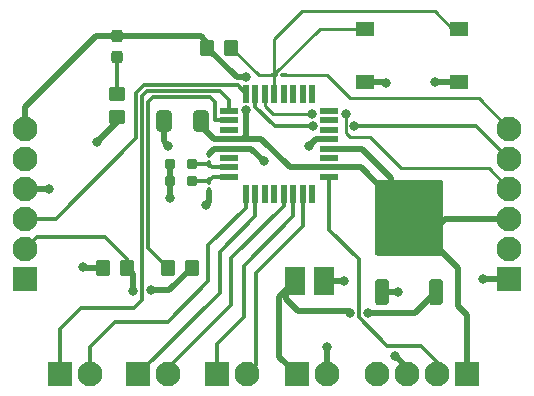
<source format=gbr>
%TF.GenerationSoftware,KiCad,Pcbnew,7.0.6*%
%TF.CreationDate,2024-03-10T00:39:51+00:00*%
%TF.ProjectId,RobotArmMK1.2,526f626f-7441-4726-9d4d-4b312e322e6b,rev?*%
%TF.SameCoordinates,Original*%
%TF.FileFunction,Copper,L1,Top*%
%TF.FilePolarity,Positive*%
%FSLAX46Y46*%
G04 Gerber Fmt 4.6, Leading zero omitted, Abs format (unit mm)*
G04 Created by KiCad (PCBNEW 7.0.6) date 2024-03-10 00:39:51*
%MOMM*%
%LPD*%
G01*
G04 APERTURE LIST*
G04 Aperture macros list*
%AMRoundRect*
0 Rectangle with rounded corners*
0 $1 Rounding radius*
0 $2 $3 $4 $5 $6 $7 $8 $9 X,Y pos of 4 corners*
0 Add a 4 corners polygon primitive as box body*
4,1,4,$2,$3,$4,$5,$6,$7,$8,$9,$2,$3,0*
0 Add four circle primitives for the rounded corners*
1,1,$1+$1,$2,$3*
1,1,$1+$1,$4,$5*
1,1,$1+$1,$6,$7*
1,1,$1+$1,$8,$9*
0 Add four rect primitives between the rounded corners*
20,1,$1+$1,$2,$3,$4,$5,0*
20,1,$1+$1,$4,$5,$6,$7,0*
20,1,$1+$1,$6,$7,$8,$9,0*
20,1,$1+$1,$8,$9,$2,$3,0*%
G04 Aperture macros list end*
%TA.AperFunction,SMDPad,CuDef*%
%ADD10RoundRect,0.100000X0.100000X-0.217500X0.100000X0.217500X-0.100000X0.217500X-0.100000X-0.217500X0*%
%TD*%
%TA.AperFunction,SMDPad,CuDef*%
%ADD11RoundRect,0.100000X-0.100000X0.217500X-0.100000X-0.217500X0.100000X-0.217500X0.100000X0.217500X0*%
%TD*%
%TA.AperFunction,SMDPad,CuDef*%
%ADD12RoundRect,0.100000X0.217500X0.100000X-0.217500X0.100000X-0.217500X-0.100000X0.217500X-0.100000X0*%
%TD*%
%TA.AperFunction,SMDPad,CuDef*%
%ADD13RoundRect,0.250000X0.350000X-0.850000X0.350000X0.850000X-0.350000X0.850000X-0.350000X-0.850000X0*%
%TD*%
%TA.AperFunction,SMDPad,CuDef*%
%ADD14RoundRect,0.250000X1.125000X-1.275000X1.125000X1.275000X-1.125000X1.275000X-1.125000X-1.275000X0*%
%TD*%
%TA.AperFunction,SMDPad,CuDef*%
%ADD15RoundRect,0.249997X2.650003X-2.950003X2.650003X2.950003X-2.650003X2.950003X-2.650003X-2.950003X0*%
%TD*%
%TA.AperFunction,ComponentPad*%
%ADD16C,2.100000*%
%TD*%
%TA.AperFunction,ComponentPad*%
%ADD17R,2.100000X2.100000*%
%TD*%
%TA.AperFunction,SMDPad,CuDef*%
%ADD18RoundRect,0.250000X0.350000X0.450000X-0.350000X0.450000X-0.350000X-0.450000X0.350000X-0.450000X0*%
%TD*%
%TA.AperFunction,SMDPad,CuDef*%
%ADD19R,1.738275X2.413000*%
%TD*%
%TA.AperFunction,SMDPad,CuDef*%
%ADD20RoundRect,0.237500X0.237500X-0.287500X0.237500X0.287500X-0.237500X0.287500X-0.237500X-0.287500X0*%
%TD*%
%TA.AperFunction,SMDPad,CuDef*%
%ADD21RoundRect,0.250000X0.412500X0.650000X-0.412500X0.650000X-0.412500X-0.650000X0.412500X-0.650000X0*%
%TD*%
%TA.AperFunction,SMDPad,CuDef*%
%ADD22R,1.550000X1.300000*%
%TD*%
%TA.AperFunction,SMDPad,CuDef*%
%ADD23RoundRect,0.200000X-0.250000X0.200000X-0.250000X-0.200000X0.250000X-0.200000X0.250000X0.200000X0*%
%TD*%
%TA.AperFunction,SMDPad,CuDef*%
%ADD24R,1.600000X0.550000*%
%TD*%
%TA.AperFunction,SMDPad,CuDef*%
%ADD25R,0.550000X1.600000*%
%TD*%
%TA.AperFunction,SMDPad,CuDef*%
%ADD26RoundRect,0.250000X0.450000X-0.350000X0.450000X0.350000X-0.450000X0.350000X-0.450000X-0.350000X0*%
%TD*%
%TA.AperFunction,SMDPad,CuDef*%
%ADD27RoundRect,0.250000X-0.350000X-0.450000X0.350000X-0.450000X0.350000X0.450000X-0.350000X0.450000X0*%
%TD*%
%TA.AperFunction,ViaPad*%
%ADD28C,0.800000*%
%TD*%
%TA.AperFunction,Conductor*%
%ADD29C,0.500000*%
%TD*%
%TA.AperFunction,Conductor*%
%ADD30C,0.300000*%
%TD*%
%TA.AperFunction,Conductor*%
%ADD31C,0.250000*%
%TD*%
G04 APERTURE END LIST*
D10*
%TO.P,C3,2*%
%TO.N,GND*%
X145525000Y-96390000D03*
%TO.P,C3,1*%
%TO.N,PB6_CRYS1*%
X145525000Y-97230000D03*
%TD*%
D11*
%TO.P,C4,2*%
%TO.N,GND*%
X145525000Y-99470000D03*
%TO.P,C4,1*%
%TO.N,PB7_CRYS2*%
X145525000Y-98630000D03*
%TD*%
D12*
%TO.P,C5,1*%
%TO.N,Net-(J2-Pin_6)*%
X151920000Y-89700000D03*
%TO.P,C5,2*%
%TO.N,PC6_RESET*%
X151080000Y-89700000D03*
%TD*%
D13*
%TO.P,U2,3,VI*%
%TO.N,VBUS*%
X164780000Y-108050000D03*
D14*
%TO.P,U2,2,VO*%
%TO.N,+5V*%
X164025000Y-100075000D03*
X160975000Y-100075000D03*
D15*
X162500000Y-101750000D03*
D14*
X164025000Y-103425000D03*
X160975000Y-103425000D03*
D13*
%TO.P,U2,1,ADJ*%
%TO.N,GND*%
X160220000Y-108050000D03*
%TD*%
D16*
%TO.P,J6,4,Pin_4*%
%TO.N,unconnected-(J6-Pin_4-Pad4)*%
X159750000Y-115000000D03*
%TO.P,J6,3,Pin_3*%
%TO.N,GND*%
X162290000Y-115000000D03*
%TO.P,J6,2,Pin_2*%
%TO.N,PB5_NEO*%
X164830000Y-115000000D03*
D17*
%TO.P,J6,1,Pin_1*%
%TO.N,+5V*%
X167370000Y-115000000D03*
%TD*%
D16*
%TO.P,J4,2,Pin_2*%
%TO.N,PB1_S4*%
X142132500Y-115000000D03*
D17*
%TO.P,J4,1,Pin_1*%
%TO.N,PD6_S3*%
X139592500Y-115000000D03*
%TD*%
D18*
%TO.P,R2,2*%
%TO.N,PD4_HC05RX*%
X142100000Y-106000000D03*
%TO.P,R2,1*%
%TO.N,Net-(J1-Pin_2)*%
X144100000Y-106000000D03*
%TD*%
D19*
%TO.P,C1,2*%
%TO.N,GND*%
X155339063Y-107100000D03*
%TO.P,C1,1*%
%TO.N,VBUS*%
X152860937Y-107100000D03*
%TD*%
D20*
%TO.P,D1,1,K*%
%TO.N,Net-(D1-K)*%
X137740000Y-88115000D03*
%TO.P,D1,2,A*%
%TO.N,+5V*%
X137740000Y-86365000D03*
%TD*%
D17*
%TO.P,J7,1,Pin_1*%
%TO.N,VBUS*%
X153000000Y-115000000D03*
D16*
%TO.P,J7,2,Pin_2*%
%TO.N,GND*%
X155540000Y-115000000D03*
%TD*%
D17*
%TO.P,J5,1,Pin_1*%
%TO.N,PB2_S5*%
X146250000Y-115000000D03*
D16*
%TO.P,J5,2,Pin_2*%
%TO.N,PB3_S6*%
X148790000Y-115000000D03*
%TD*%
D17*
%TO.P,J1,1,Pin_1*%
%TO.N,unconnected-(J1-Pin_1-Pad1)*%
X130000000Y-106910000D03*
D16*
%TO.P,J1,2,Pin_2*%
%TO.N,Net-(J1-Pin_2)*%
X130000000Y-104370000D03*
%TO.P,J1,3,Pin_3*%
%TO.N,PD2_HC05TX*%
X130000000Y-101830000D03*
%TO.P,J1,4,Pin_4*%
%TO.N,GND*%
X130000000Y-99290000D03*
%TO.P,J1,5,Pin_5*%
%TO.N,unconnected-(J1-Pin_5-Pad5)*%
X130000000Y-96750000D03*
%TO.P,J1,6,Pin_6*%
%TO.N,+5V*%
X130000000Y-94210000D03*
%TD*%
D21*
%TO.P,C2,2*%
%TO.N,GND*%
X141737500Y-93550000D03*
%TO.P,C2,1*%
%TO.N,+5V*%
X144862500Y-93550000D03*
%TD*%
D22*
%TO.P,Reset1,1,1*%
%TO.N,PC6_RESET*%
X158775000Y-85750000D03*
X166725000Y-85750000D03*
%TO.P,Reset1,2,2*%
%TO.N,GND*%
X158775000Y-90250000D03*
X166725000Y-90250000D03*
%TD*%
D17*
%TO.P,J2,1,Pin_1*%
%TO.N,GND*%
X171000000Y-106950000D03*
D16*
%TO.P,J2,2,Pin_2*%
%TO.N,unconnected-(J2-Pin_2-Pad2)*%
X171000000Y-104410000D03*
%TO.P,J2,3,Pin_3*%
%TO.N,+5V*%
X171000000Y-101870000D03*
%TO.P,J2,4,Pin_4*%
%TO.N,PD0_FTDITX*%
X171000000Y-99330000D03*
%TO.P,J2,5,Pin_5*%
%TO.N,PD1_FTDIRX*%
X171000000Y-96790000D03*
%TO.P,J2,6,Pin_6*%
%TO.N,Net-(J2-Pin_6)*%
X171000000Y-94250000D03*
%TD*%
D23*
%TO.P,Y1,1,1*%
%TO.N,PB6_CRYS1*%
X144150000Y-97175000D03*
%TO.P,Y1,2,2*%
%TO.N,GND*%
X142300000Y-97175000D03*
%TO.P,Y1,3,3*%
X142300000Y-98625000D03*
%TO.P,Y1,4,4*%
%TO.N,PB7_CRYS2*%
X144150000Y-98625000D03*
%TD*%
D24*
%TO.P,U1,1,PD3*%
%TO.N,PD3_S1*%
X147250000Y-92700000D03*
%TO.P,U1,2,PD4*%
%TO.N,PD4_HC05RX*%
X147250000Y-93500000D03*
%TO.P,U1,3,PE0*%
%TO.N,unconnected-(U1-PE0-Pad3)*%
X147250000Y-94300000D03*
%TO.P,U1,4,VCC*%
%TO.N,+5V*%
X147250000Y-95100000D03*
%TO.P,U1,5,GND*%
%TO.N,GND*%
X147250000Y-95900000D03*
%TO.P,U1,6,PE1*%
%TO.N,unconnected-(U1-PE1-Pad6)*%
X147250000Y-96700000D03*
%TO.P,U1,7,XTAL1/PB6*%
%TO.N,PB6_CRYS1*%
X147250000Y-97500000D03*
%TO.P,U1,8,XTAL2/PB7*%
%TO.N,PB7_CRYS2*%
X147250000Y-98300000D03*
D25*
%TO.P,U1,9,PD5*%
%TO.N,PD5_S2*%
X148700000Y-99750000D03*
%TO.P,U1,10,PD6*%
%TO.N,PD6_S3*%
X149500000Y-99750000D03*
%TO.P,U1,11,PD7*%
%TO.N,unconnected-(U1-PD7-Pad11)*%
X150300000Y-99750000D03*
%TO.P,U1,12,PB0*%
%TO.N,unconnected-(U1-PB0-Pad12)*%
X151100000Y-99750000D03*
%TO.P,U1,13,PB1*%
%TO.N,PB1_S4*%
X151900000Y-99750000D03*
%TO.P,U1,14,PB2*%
%TO.N,PB2_S5*%
X152700000Y-99750000D03*
%TO.P,U1,15,PB3*%
%TO.N,PB3_S6*%
X153500000Y-99750000D03*
%TO.P,U1,16,PB4*%
%TO.N,unconnected-(U1-PB4-Pad16)*%
X154300000Y-99750000D03*
D24*
%TO.P,U1,17,PB5*%
%TO.N,PB5_NEO*%
X155750000Y-98300000D03*
%TO.P,U1,18,AVCC*%
%TO.N,+5V*%
X155750000Y-97500000D03*
%TO.P,U1,19,PE2*%
%TO.N,unconnected-(U1-PE2-Pad19)*%
X155750000Y-96700000D03*
%TO.P,U1,20,AREF*%
%TO.N,+5V*%
X155750000Y-95900000D03*
%TO.P,U1,21,GND*%
%TO.N,GND*%
X155750000Y-95100000D03*
%TO.P,U1,22,PE3*%
%TO.N,unconnected-(U1-PE3-Pad22)*%
X155750000Y-94300000D03*
%TO.P,U1,23,PC0*%
%TO.N,unconnected-(U1-PC0-Pad23)*%
X155750000Y-93500000D03*
%TO.P,U1,24,PC1*%
%TO.N,unconnected-(U1-PC1-Pad24)*%
X155750000Y-92700000D03*
D25*
%TO.P,U1,25,PC2*%
%TO.N,unconnected-(U1-PC2-Pad25)*%
X154300000Y-91250000D03*
%TO.P,U1,26,PC3*%
%TO.N,unconnected-(U1-PC3-Pad26)*%
X153500000Y-91250000D03*
%TO.P,U1,27,PC4*%
%TO.N,unconnected-(U1-PC4-Pad27)*%
X152700000Y-91250000D03*
%TO.P,U1,28,PC5*%
%TO.N,unconnected-(U1-PC5-Pad28)*%
X151900000Y-91250000D03*
%TO.P,U1,29,~{RESET}/PC6*%
%TO.N,PC6_RESET*%
X151100000Y-91250000D03*
%TO.P,U1,30,PD0*%
%TO.N,PD0_FTDITX*%
X150300000Y-91250000D03*
%TO.P,U1,31,PD1*%
%TO.N,PD1_FTDIRX*%
X149500000Y-91250000D03*
%TO.P,U1,32,PD2*%
%TO.N,PD2_HC05TX*%
X148700000Y-91250000D03*
%TD*%
D17*
%TO.P,J3,1,Pin_1*%
%TO.N,PD3_S1*%
X132960000Y-115000000D03*
D16*
%TO.P,J3,2,Pin_2*%
%TO.N,PD5_S2*%
X135500000Y-115000000D03*
%TD*%
D26*
%TO.P,R4,1*%
%TO.N,GND*%
X137740000Y-93240000D03*
%TO.P,R4,2*%
%TO.N,Net-(D1-K)*%
X137740000Y-91240000D03*
%TD*%
D27*
%TO.P,R3,2*%
%TO.N,PC6_RESET*%
X147430000Y-87370000D03*
%TO.P,R3,1*%
%TO.N,+5V*%
X145430000Y-87370000D03*
%TD*%
D18*
%TO.P,R1,1*%
%TO.N,Net-(J1-Pin_2)*%
X138600000Y-106000000D03*
%TO.P,R1,2*%
%TO.N,GND*%
X136600000Y-106000000D03*
%TD*%
D28*
%TO.N,VBUS*%
X157490500Y-109827360D03*
%TO.N,GND*%
X150210000Y-96960000D03*
X145280000Y-100680000D03*
X142270000Y-100110000D03*
X142080000Y-95640000D03*
X136050000Y-95350000D03*
X132050000Y-99310000D03*
X134920000Y-105910000D03*
X154040000Y-95690000D03*
X156980000Y-107110000D03*
X161530000Y-108060000D03*
X161330000Y-113450000D03*
X155600000Y-112700000D03*
X168750000Y-106980000D03*
X160570000Y-90360000D03*
X164710000Y-90260000D03*
%TO.N,+5V*%
X148680000Y-92649502D03*
X148680000Y-89850498D03*
%TO.N,Net-(J1-Pin_2)*%
X139160500Y-107969137D03*
X140659500Y-107900000D03*
%TO.N,VBUS*%
X159010000Y-109780000D03*
%TO.N,PD0_FTDITX*%
X154290000Y-92970000D03*
X157149502Y-92970000D03*
%TO.N,PD1_FTDIRX*%
X154334709Y-93968502D03*
X157874002Y-93970000D03*
%TD*%
D29*
%TO.N,Net-(J1-Pin_2)*%
X139160500Y-107969137D02*
X139160500Y-106560500D01*
X139160500Y-106560500D02*
X138600000Y-106000000D01*
X142200000Y-107900000D02*
X144100000Y-106000000D01*
X140659500Y-107900000D02*
X142200000Y-107900000D01*
D30*
%TO.N,PD3_S1*%
X132960000Y-111150000D02*
X132960000Y-115000000D01*
X134700000Y-109410000D02*
X132960000Y-111150000D01*
X139910000Y-91460000D02*
X139910000Y-108700000D01*
X139910000Y-108700000D02*
X139200000Y-109410000D01*
X140330000Y-91040000D02*
X139910000Y-91460000D01*
X139200000Y-109410000D02*
X134700000Y-109410000D01*
X146520000Y-91040000D02*
X140330000Y-91040000D01*
X147250000Y-91770000D02*
X146520000Y-91040000D01*
X147250000Y-92700000D02*
X147250000Y-91770000D01*
%TO.N,PD1_FTDIRX*%
X168180000Y-93970000D02*
X171000000Y-96790000D01*
X157874002Y-93970000D02*
X168180000Y-93970000D01*
D31*
%TO.N,PD0_FTDITX*%
X161830000Y-97570000D02*
X169240000Y-97570000D01*
X159170000Y-94910000D02*
X161830000Y-97570000D01*
X157520000Y-94910000D02*
X159170000Y-94910000D01*
X157149502Y-92970000D02*
X157149502Y-94539502D01*
X157149502Y-94539502D02*
X157520000Y-94910000D01*
X169240000Y-97570000D02*
X171000000Y-99330000D01*
D29*
%TO.N,+5V*%
X160975000Y-98395000D02*
X158480000Y-95900000D01*
%TO.N,GND*%
X154630000Y-95100000D02*
X155750000Y-95100000D01*
X154040000Y-95690000D02*
X154630000Y-95100000D01*
D30*
%TO.N,PD1_FTDIRX*%
X149500000Y-92350000D02*
X149500000Y-91250000D01*
X154334709Y-93968502D02*
X151118502Y-93968502D01*
X151118502Y-93968502D02*
X149500000Y-92350000D01*
D31*
%TO.N,Net-(J2-Pin_6)*%
X168400000Y-91650000D02*
X171000000Y-94250000D01*
X157510000Y-91650000D02*
X168400000Y-91650000D01*
X155560000Y-89700000D02*
X157510000Y-91650000D01*
X151907500Y-89700000D02*
X155560000Y-89700000D01*
%TO.N,PD0_FTDITX*%
X150300000Y-92300000D02*
X150300000Y-91250000D01*
X154290000Y-92970000D02*
X150970000Y-92970000D01*
X150970000Y-92970000D02*
X150300000Y-92300000D01*
D29*
%TO.N,+5V*%
X148425000Y-95100000D02*
X147250000Y-95100000D01*
X148680000Y-94845000D02*
X148425000Y-95100000D01*
X148680000Y-92649502D02*
X148680000Y-94845000D01*
X147910498Y-89850498D02*
X145430000Y-87370000D01*
X148680000Y-89850498D02*
X147910498Y-89850498D01*
%TO.N,VBUS*%
X153085246Y-109690000D02*
X152046600Y-108651354D01*
X157353140Y-109690000D02*
X153085246Y-109690000D01*
X157490500Y-109827360D02*
X157353140Y-109690000D01*
X152046600Y-108651354D02*
X152046600Y-107914337D01*
X163050000Y-109780000D02*
X164780000Y-108050000D01*
X159010000Y-109780000D02*
X163050000Y-109780000D01*
X151520000Y-108440937D02*
X152046600Y-107914337D01*
X151520000Y-113520000D02*
X151520000Y-108440937D01*
X153000000Y-115000000D02*
X151520000Y-113520000D01*
%TO.N,GND*%
X149150000Y-95900000D02*
X147250000Y-95900000D01*
X150210000Y-96960000D02*
X149150000Y-95900000D01*
%TO.N,+5V*%
X149990000Y-95100000D02*
X147250000Y-95100000D01*
X155750000Y-97500000D02*
X152390000Y-97500000D01*
X152390000Y-97500000D02*
X149990000Y-95100000D01*
%TO.N,GND*%
X146017500Y-95900000D02*
X145525000Y-96392500D01*
X147250000Y-95900000D02*
X146017500Y-95900000D01*
X145525000Y-100435000D02*
X145280000Y-100680000D01*
X145525000Y-99457500D02*
X145525000Y-100435000D01*
X142300000Y-100080000D02*
X142270000Y-100110000D01*
X142300000Y-98625000D02*
X142300000Y-100080000D01*
X142300000Y-97175000D02*
X142300000Y-98625000D01*
X141737500Y-95297500D02*
X142080000Y-95640000D01*
X141737500Y-93550000D02*
X141737500Y-95297500D01*
X137740000Y-93660000D02*
X136050000Y-95350000D01*
X137740000Y-93240000D02*
X137740000Y-93660000D01*
X132030000Y-99290000D02*
X132050000Y-99310000D01*
X130000000Y-99290000D02*
X132030000Y-99290000D01*
X135010000Y-106000000D02*
X134920000Y-105910000D01*
X136600000Y-106000000D02*
X135010000Y-106000000D01*
D30*
%TO.N,PB3_S6*%
X149540000Y-106420000D02*
X153500000Y-102460000D01*
X153500000Y-102460000D02*
X153500000Y-99750000D01*
X149540000Y-114250000D02*
X149540000Y-106420000D01*
X148790000Y-115000000D02*
X149540000Y-114250000D01*
%TO.N,PB1_S4*%
X151900000Y-100770000D02*
X151900000Y-99750000D01*
X147470000Y-109180000D02*
X147470000Y-105200000D01*
X147470000Y-105200000D02*
X151900000Y-100770000D01*
X142132500Y-114517500D02*
X147470000Y-109180000D01*
X142132500Y-115000000D02*
X142132500Y-114517500D01*
%TO.N,PD5_S2*%
X142060000Y-110590000D02*
X145520000Y-107130000D01*
X135500000Y-112670000D02*
X137580000Y-110590000D01*
X145520000Y-104100000D02*
X148700000Y-100920000D01*
X148700000Y-100920000D02*
X148700000Y-99750000D01*
X135500000Y-115000000D02*
X135500000Y-112670000D01*
X137580000Y-110590000D02*
X142060000Y-110590000D01*
X145520000Y-107130000D02*
X145520000Y-104100000D01*
%TO.N,PD6_S3*%
X146490000Y-104640000D02*
X146490000Y-108102500D01*
X149500000Y-101630000D02*
X146490000Y-104640000D01*
X146490000Y-108102500D02*
X139592500Y-115000000D01*
X149500000Y-99750000D02*
X149500000Y-101630000D01*
%TO.N,PB2_S5*%
X152700000Y-101600000D02*
X152700000Y-99750000D01*
X148500000Y-105800000D02*
X152700000Y-101600000D01*
X146250000Y-112420000D02*
X148500000Y-110170000D01*
X146250000Y-115000000D02*
X146250000Y-112420000D01*
X148500000Y-110170000D02*
X148500000Y-105800000D01*
%TO.N,PB5_NEO*%
X158240000Y-105280000D02*
X155750000Y-102790000D01*
X158240000Y-110150000D02*
X158240000Y-105280000D01*
X160680000Y-112590000D02*
X158240000Y-110150000D01*
X164830000Y-113930000D02*
X163490000Y-112590000D01*
X163490000Y-112590000D02*
X160680000Y-112590000D01*
X164830000Y-115000000D02*
X164830000Y-113930000D01*
X155750000Y-102790000D02*
X155750000Y-98300000D01*
D29*
%TO.N,GND*%
X156970000Y-107100000D02*
X156980000Y-107110000D01*
X155339063Y-107100000D02*
X156970000Y-107100000D01*
X161520000Y-108050000D02*
X161530000Y-108060000D01*
X160220000Y-108050000D02*
X161520000Y-108050000D01*
X162290000Y-114410000D02*
X161330000Y-113450000D01*
X162290000Y-115000000D02*
X162290000Y-114410000D01*
X155540000Y-112760000D02*
X155600000Y-112700000D01*
X155540000Y-115000000D02*
X155540000Y-112760000D01*
X168780000Y-106950000D02*
X168750000Y-106980000D01*
X171000000Y-106950000D02*
X168780000Y-106950000D01*
X160460000Y-90250000D02*
X160570000Y-90360000D01*
X158775000Y-90250000D02*
X160460000Y-90250000D01*
X164720000Y-90250000D02*
X164710000Y-90260000D01*
X166725000Y-90250000D02*
X164720000Y-90250000D01*
%TO.N,+5V*%
X144862500Y-94012500D02*
X144862500Y-93550000D01*
X145950000Y-95100000D02*
X144862500Y-94012500D01*
X147250000Y-95100000D02*
X145950000Y-95100000D01*
X158480000Y-95900000D02*
X155750000Y-95900000D01*
X160975000Y-100075000D02*
X160975000Y-98395000D01*
X158400000Y-97500000D02*
X155750000Y-97500000D01*
X160975000Y-100075000D02*
X158400000Y-97500000D01*
%TO.N,VBUS*%
X152046600Y-107914337D02*
X152860937Y-107100000D01*
D31*
%TO.N,PC6_RESET*%
X166150000Y-85750000D02*
X166725000Y-85750000D01*
X164660000Y-84260000D02*
X166150000Y-85750000D01*
X153460000Y-84260000D02*
X164660000Y-84260000D01*
X151092500Y-86627500D02*
X153460000Y-84260000D01*
X151092500Y-89700000D02*
X151092500Y-86627500D01*
X154938959Y-85750000D02*
X158775000Y-85750000D01*
X151092500Y-89596459D02*
X154938959Y-85750000D01*
X151092500Y-89700000D02*
X151092500Y-89596459D01*
D29*
%TO.N,+5V*%
X130000000Y-92420000D02*
X130000000Y-94210000D01*
X136030000Y-86390000D02*
X130000000Y-92420000D01*
X137715000Y-86390000D02*
X136030000Y-86390000D01*
X137740000Y-86365000D02*
X137715000Y-86390000D01*
X137765000Y-86390000D02*
X137740000Y-86365000D01*
X144850000Y-86390000D02*
X137765000Y-86390000D01*
X145430000Y-86970000D02*
X144850000Y-86390000D01*
X145430000Y-87370000D02*
X145430000Y-86970000D01*
X165580000Y-101870000D02*
X164025000Y-103425000D01*
X171000000Y-101870000D02*
X165580000Y-101870000D01*
X166640000Y-109230000D02*
X166640000Y-106040000D01*
X166640000Y-106040000D02*
X164025000Y-103425000D01*
X167370000Y-109960000D02*
X166640000Y-109230000D01*
X167370000Y-115000000D02*
X167370000Y-109960000D01*
D31*
%TO.N,PC6_RESET*%
X149760000Y-89700000D02*
X147430000Y-87370000D01*
X151092500Y-89700000D02*
X149760000Y-89700000D01*
D30*
%TO.N,PD4_HC05RX*%
X146150000Y-93500000D02*
X147250000Y-93500000D01*
X146100000Y-93450000D02*
X146150000Y-93500000D01*
X145660000Y-91540000D02*
X146100000Y-91980000D01*
X140860000Y-91540000D02*
X145660000Y-91540000D01*
X140410000Y-91990000D02*
X140860000Y-91540000D01*
X140410000Y-104310000D02*
X140410000Y-91990000D01*
X146100000Y-91980000D02*
X146100000Y-93450000D01*
X142100000Y-106000000D02*
X140410000Y-104310000D01*
%TO.N,PD2_HC05TX*%
X139410000Y-95000000D02*
X132580000Y-101830000D01*
X139410000Y-91220000D02*
X139410000Y-95000000D01*
X132580000Y-101830000D02*
X130000000Y-101830000D01*
X140090000Y-90540000D02*
X139410000Y-91220000D01*
X147990000Y-90540000D02*
X140090000Y-90540000D01*
X148700000Y-91250000D02*
X147990000Y-90540000D01*
%TO.N,Net-(J1-Pin_2)*%
X136740000Y-103380000D02*
X138600000Y-105240000D01*
X130990000Y-103380000D02*
X136740000Y-103380000D01*
X138600000Y-105240000D02*
X138600000Y-106000000D01*
X130000000Y-104370000D02*
X130990000Y-103380000D01*
%TO.N,Net-(D1-K)*%
X137740000Y-91240000D02*
X137740000Y-88115000D01*
%TO.N,PB6_CRYS1*%
X144182500Y-97207500D02*
X144150000Y-97175000D01*
X145525000Y-97207500D02*
X144182500Y-97207500D01*
%TO.N,PB7_CRYS2*%
X144167500Y-98642500D02*
X144150000Y-98625000D01*
X145525000Y-98642500D02*
X144167500Y-98642500D01*
%TO.N,PB6_CRYS1*%
X145817500Y-97500000D02*
X145525000Y-97207500D01*
X147250000Y-97500000D02*
X145817500Y-97500000D01*
%TO.N,PB7_CRYS2*%
X145867500Y-98300000D02*
X145525000Y-98642500D01*
X147250000Y-98300000D02*
X145867500Y-98300000D01*
D31*
%TO.N,PC6_RESET*%
X151100000Y-91250000D02*
X151100000Y-89707500D01*
X151100000Y-89707500D02*
X151092500Y-89700000D01*
%TD*%
M02*

</source>
